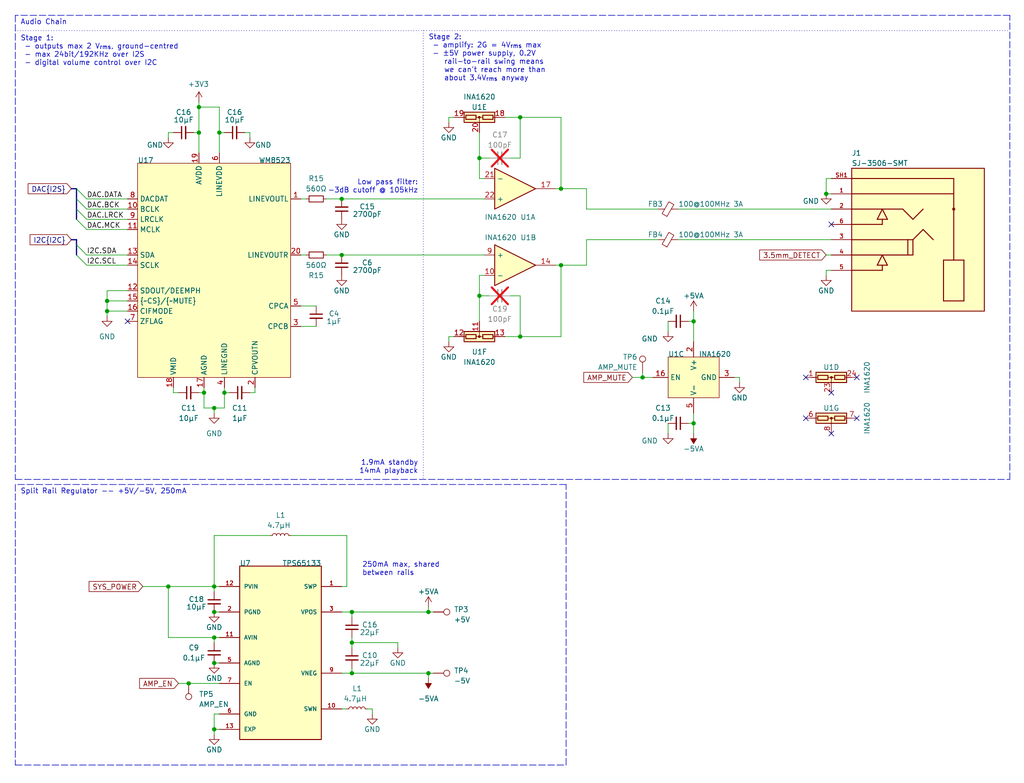
<source format=kicad_sch>
(kicad_sch (version 20230121) (generator eeschema)
  (paper "User" 254.991 194.996)
  (title_block (title "TANGARA") (date "2023-12-21") (rev "4") (company "made by jacqueline") (comment 1 "SPDX-License-Identifier: CERN-OHL-S-2.0"))
  (lib_symbols
    (symbol "Connector:TestPoint" (pin_numbers hide) (pin_names (offset 0.762) hide)
      (property "Reference" "TP" (at 0 6.858 0))
      (property "Value" "TestPoint" (at 0 5.08 0))
      (symbol "TestPoint_0_1"
        (circle (center 0 3.302) (radius 0.762))
      )
      (symbol "TestPoint_1_1"
        (pin passive line (at 0 0 90) (length 2.54) (name "1") (number "1"))
      )
    )
    (symbol "Device:C_Small" (pin_numbers hide) (pin_names (offset 0.254) hide)
      (property "Reference" "C" (at 0.254 1.778 0))
      (property "Value" "C_Small" (at 0.254 -2.032 0))
      (symbol "C_Small_0_1"
        (polyline (pts (xy -1.524 -0.508) (xy 1.524 -0.508)) (stroke (width 0.3302)))
        (polyline (pts (xy -1.524 0.508) (xy 1.524 0.508)) (stroke (width 0.3048)))
      )
      (symbol "C_Small_1_1"
        (pin passive line (at 0 2.54 270) (length 2.032) (name "~") (number "1"))
        (pin passive line (at 0 -2.54 90) (length 2.032) (name "~") (number "2"))
      )
    )
    (symbol "Device:Ferrite_Bead_Small" (pin_numbers hide) (pin_names (offset 0))
      (property "Reference" "FB" (at 1.905 1.27 0))
      (property "Value" "Device_Ferrite_Bead_Small" (at 1.905 -1.27 0))
      (symbol "Ferrite_Bead_Small_0_1"
        (polyline (pts (xy 0 -1.27) (xy 0 -0.7874)))
        (polyline (pts (xy 0 0.889) (xy 0 1.2954)))
        (polyline (pts (xy -1.8288 0.2794) (xy -1.1176 1.4986) (xy 1.8288 -0.2032) (xy 1.1176 -1.4224) (xy -1.8288 0.2794)))
      )
      (symbol "Ferrite_Bead_Small_1_1"
        (pin passive line (at 0 2.54 270) (length 1.27) (name "~") (number "1"))
        (pin passive line (at 0 -2.54 90) (length 1.27) (name "~") (number "2"))
      )
    )
    (symbol "Device:L_Small" (pin_numbers hide) (pin_names (offset 0.254) hide)
      (property "Reference" "L" (at 0.762 1.016 0))
      (property "Value" "L_Small" (at 0.762 -1.016 0))
      (symbol "L_Small_0_1"
        (arc (start 0 -2.032) (mid 0.5058 -1.524) (end 0 -1.016))
        (arc (start 0 -1.016) (mid 0.5058 -0.508) (end 0 0))
        (arc (start 0 0) (mid 0.5058 0.508) (end 0 1.016))
        (arc (start 0 1.016) (mid 0.5058 1.524) (end 0 2.032))
      )
      (symbol "L_Small_1_1"
        (pin passive line (at 0 2.54 270) (length 0.508) (name "~") (number "1"))
        (pin passive line (at 0 -2.54 90) (length 0.508) (name "~") (number "2"))
      )
    )
    (symbol "Device:R_Small" (pin_numbers hide) (pin_names (offset 0.254) hide)
      (property "Reference" "R" (at 0.762 0.508 0))
      (property "Value" "R_Small" (at 0.762 -1.016 0))
      (symbol "R_Small_0_1"
        (rectangle (start -0.762 1.778) (end 0.762 -1.778) (stroke (width 0.2032)))
      )
      (symbol "R_Small_1_1"
        (pin passive line (at 0 2.54 270) (length 0.762) (name "~") (number "1"))
        (pin passive line (at 0 -2.54 90) (length 0.762) (name "~") (number "2"))
      )
    )
    (symbol "power:+3V3" (power) (pin_names (offset 0))
      (property "Value" "+3V3" (at 0 3.556 0))
      (symbol "+3V3_0_1"
        (polyline (pts (xy -0.762 1.27) (xy 0 2.54)))
        (polyline (pts (xy 0 0) (xy 0 2.54)))
        (polyline (pts (xy 0 2.54) (xy 0.762 1.27)))
      )
      (symbol "+3V3_1_1"
        (pin power_in line (at 0 0 90) (length 0) hide (name "+3V3") (number "1"))
      )
    )
    (symbol "power:+5VA" (power) (pin_names (offset 0))
      (property "Value" "+5VA" (at 0 3.556 0))
      (symbol "+5VA_0_1"
        (polyline (pts (xy -0.762 1.27) (xy 0 2.54)))
        (polyline (pts (xy 0 0) (xy 0 2.54)))
        (polyline (pts (xy 0 2.54) (xy 0.762 1.27)))
      )
      (symbol "+5VA_1_1"
        (pin power_in line (at 0 0 90) (length 0) hide (name "+5VA") (number "1"))
      )
    )
    (symbol "power:-5VA" (power) (pin_names (offset 0))
      (property "Value" "-5VA" (at 0 3.81 0))
      (symbol "-5VA_0_0"
        (pin power_in line (at 0 0 90) (length 0) hide (name "-5VA") (number "1"))
      )
      (symbol "-5VA_0_1"
        (polyline (pts (xy 0 0) (xy 0 1.27) (xy 0.762 1.27) (xy 0 2.54) (xy -0.762 1.27) (xy 0 1.27)) (fill (type outline)))
      )
    )
    (symbol "power:GND" (power) (pin_names (offset 0))
      (property "Value" "GND" (at 0 -3.81 0))
      (symbol "GND_0_1"
        (polyline (pts (xy 0 0) (xy 0 -1.27) (xy 1.27 -1.27) (xy 0 -2.54) (xy -1.27 -1.27) (xy 0 -1.27)))
      )
      (symbol "GND_1_1"
        (pin power_in line (at 0 0 270) (length 0) hide (name "GND") (number "1"))
      )
    )
    (symbol "symbols:INA1620"
      (property "Reference" "U" (at -3.81 7.62 0))
      (symbol "INA1620_1_1"
        (polyline (pts (xy 6.35 0) (xy -3.81 5.08) (xy -3.81 -5.08) (xy 6.35 0)) (stroke (width 0.254)) (fill (type background)))
        (pin output line (at 11.43 0 180) (length 5.08) (name "") (number "17"))
        (pin input line (at -6.35 -2.54 0) (length 2.54) (name "-") (number "21"))
        (pin input line (at -6.35 2.54 0) (length 2.54) (name "+") (number "22"))
      )
      (symbol "INA1620_2_1"
        (polyline (pts (xy 6.35 0) (xy -3.81 5.08) (xy -3.81 -5.08) (xy 6.35 0)) (stroke (width 0.254)) (fill (type background)))
        (pin input line (at -6.35 -2.54 0) (length 2.54) (name "-") (number "10"))
        (pin output line (at 11.43 0 180) (length 5.08) (name "") (number "14"))
        (pin input line (at -6.35 2.54 0) (length 2.54) (name "+") (number "9"))
      )
      (symbol "INA1620_3_1"
        (rectangle (start -6.35 5.08) (end 6.35 -5.08) (fill (type background)))
        (pin no_connect line (at -6.35 1.27 0) (length 3.81) hide (name "NC") (number "15"))
        (pin power_in line (at -10.16 0 0) (length 3.81) (name "EN") (number "16"))
        (pin power_in line (at 0 8.89 270) (length 3.81) (name "V+") (number "2"))
        (pin power_in line (at 0 -8.89 90) (length 3.81) hide (name "EP") (number "25"))
        (pin power_in line (at 10.16 0 180) (length 3.81) (name "GND") (number "3"))
        (pin no_connect line (at -6.35 -1.27 0) (length 3.81) hide (name "NC") (number "4"))
        (pin power_in line (at 0 -8.89 90) (length 3.81) (name "V-") (number "5"))
      )
      (symbol "INA1620_4_1"
        (rectangle (start -1.27 3.81) (end 1.27 -3.81) (stroke (width 0.254)) (fill (type background)))
        (rectangle (start -0.508 -0.8382) (end 0.508 -3.3782) (stroke (width 0.254)))
        (rectangle (start -0.508 3.3782) (end 0.508 0.8382) (stroke (width 0.254)))
        (polyline (pts (xy 0 -5.08) (xy 0 -3.429)))
        (polyline (pts (xy 0 0.889) (xy 0 -0.889)))
        (polyline (pts (xy 0 5.08) (xy 0 3.3782)))
        (polyline (pts (xy 1.27 0) (xy 0 0)))
        (circle (center 0 0.0254) (radius 0.254) (fill (type outline)))
        (pin passive line (at 0 -6.35 90) (length 2.54) (name "~") (number "1"))
        (pin passive line (at 3.81 0 180) (length 2.54) (name "~") (number "23"))
        (pin passive line (at 0 6.35 270) (length 2.54) (name "") (number "24"))
      )
      (symbol "INA1620_5_1"
        (rectangle (start -1.27 3.81) (end 1.27 -3.81) (stroke (width 0.254)) (fill (type background)))
        (rectangle (start -0.508 -0.8382) (end 0.508 -3.3782) (stroke (width 0.254)))
        (rectangle (start -0.508 3.3782) (end 0.508 0.8382) (stroke (width 0.254)))
        (polyline (pts (xy 0 -5.08) (xy 0 -3.429)))
        (polyline (pts (xy 0 0.889) (xy 0 -0.889)))
        (polyline (pts (xy 0 5.08) (xy 0 3.3782)))
        (polyline (pts (xy 1.27 0) (xy 0 0)))
        (circle (center 0 0.0254) (radius 0.254) (fill (type outline)))
        (pin passive line (at 0 -6.35 90) (length 2.54) (name "~") (number "18"))
        (pin passive line (at 0 6.35 270) (length 2.54) (name "~") (number "19"))
        (pin passive line (at 3.81 0 180) (length 2.54) (name "~") (number "20"))
      )
      (symbol "INA1620_6_1"
        (rectangle (start -1.27 3.81) (end 1.27 -3.81) (stroke (width 0.254)) (fill (type background)))
        (rectangle (start -0.508 -0.8382) (end 0.508 -3.3782) (stroke (width 0.254)))
        (rectangle (start -0.508 3.3782) (end 0.508 0.8382) (stroke (width 0.254)))
        (polyline (pts (xy 0 -5.08) (xy 0 -3.429)))
        (polyline (pts (xy 0 0.889) (xy 0 -0.889)))
        (polyline (pts (xy 0 5.08) (xy 0 3.3782)))
        (polyline (pts (xy 1.27 0) (xy 0 0)))
        (circle (center 0 0.0254) (radius 0.254) (fill (type outline)))
        (pin passive line (at 3.81 0 180) (length 2.54) (name "~") (number "11"))
        (pin passive line (at 0 6.35 270) (length 2.54) (name "~") (number "12"))
        (pin passive line (at 0 -6.35 90) (length 2.54) (name "~") (number "13"))
      )
      (symbol "INA1620_7_1"
        (rectangle (start -1.27 3.81) (end 1.27 -3.81) (stroke (width 0.254)) (fill (type background)))
        (rectangle (start -0.508 -0.8382) (end 0.508 -3.3782) (stroke (width 0.254)))
        (rectangle (start -0.508 3.3782) (end 0.508 0.8382) (stroke (width 0.254)))
        (polyline (pts (xy 0 -5.08) (xy 0 -3.429)))
        (polyline (pts (xy 0 0.889) (xy 0 -0.889)))
        (polyline (pts (xy 0 5.08) (xy 0 3.3782)))
        (polyline (pts (xy 1.27 0) (xy 0 0)))
        (circle (center 0 0.0254) (radius 0.254) (fill (type outline)))
        (pin passive line (at 0 -6.35 90) (length 2.54) (name "~") (number "6"))
        (pin passive line (at 0 6.35 270) (length 2.54) (name "~") (number "7"))
        (pin passive line (at 3.81 0 180) (length 2.54) (name "~") (number "8"))
      )
    )
    (symbol "symbols:SJ-3506-SMT" (pin_names (offset 1.016))
      (property "Reference" "J" (at -17.783 17.7838 0))
      (property "Value" "SJ-3506-SMT" (at -17.7835 -25.4051 0))
      (symbol "SJ-3506-SMT_0_0"
        (rectangle (start -17.78 17.78) (end 15.24 -17.78) (stroke (width 0.254)) (fill (type background)))
        (circle (center -10.16 7.62) (radius 0.254) (stroke (width 0.254)))
        (polyline (pts (xy -12.7 -15.24) (xy -7.62 -15.24)) (stroke (width 0.254)))
        (polyline (pts (xy -12.7 -5.08) (xy -12.7 -15.24)) (stroke (width 0.254)))
        (polyline (pts (xy -10.16 -5.08) (xy -12.7 -5.08)) (stroke (width 0.254)))
        (polyline (pts (xy -10.16 -5.08) (xy -10.16 7.62)) (stroke (width 0.254)))
        (polyline (pts (xy -10.16 7.62) (xy -10.16 15.24)) (stroke (width 0.254)))
        (polyline (pts (xy -10.16 11.43) (xy 15.24 11.43)) (stroke (width 0.254)))
        (polyline (pts (xy -10.16 15.24) (xy 15.24 15.24)) (stroke (width 0.254)))
        (polyline (pts (xy -7.62 -15.24) (xy -7.62 -5.08)) (stroke (width 0.254)))
        (polyline (pts (xy -7.62 -5.08) (xy -10.16 -5.08)) (stroke (width 0.254)))
        (polyline (pts (xy -5.08 0) (xy -2.54 2.54)) (stroke (width 0.254)))
        (polyline (pts (xy -2.54 2.54) (xy 0 0)) (stroke (width 0.254)))
        (polyline (pts (xy -2.54 7.62) (xy 0 5.08)) (stroke (width 0.254)))
        (polyline (pts (xy 0 -3.81) (xy 1.27 -3.81)) (stroke (width 0.254)))
        (polyline (pts (xy 0 0) (xy 0 -3.81)) (stroke (width 0.254)))
        (polyline (pts (xy 0 0) (xy 1.27 0)) (stroke (width 0.254)))
        (polyline (pts (xy 0 5.08) (xy 2.54 7.62)) (stroke (width 0.254)))
        (polyline (pts (xy 1.27 -3.81) (xy 15.24 -3.81)) (stroke (width 0.254)))
        (polyline (pts (xy 1.27 0) (xy 1.27 -3.81)) (stroke (width 0.254)))
        (polyline (pts (xy 1.27 0) (xy 15.24 0)) (stroke (width 0.254)))
        (polyline (pts (xy 2.54 7.62) (xy 7.62 7.62)) (stroke (width 0.254)))
        (polyline (pts (xy 6.35 -6.35) (xy 8.89 -6.35)) (stroke (width 0.254)))
        (polyline (pts (xy 6.35 5.08) (xy 8.89 5.08)) (stroke (width 0.254)))
        (polyline (pts (xy 7.62 -7.62) (xy 7.62 -6.35)) (stroke (width 0.254)))
        (polyline (pts (xy 7.62 -7.62) (xy 15.24 -7.62)) (stroke (width 0.254)))
        (polyline (pts (xy 7.62 -3.81) (xy 6.35 -6.35)) (stroke (width 0.254)))
        (polyline (pts (xy 7.62 3.81) (xy 15.24 3.81)) (stroke (width 0.254)))
        (polyline (pts (xy 7.62 5.08) (xy 7.62 3.81)) (stroke (width 0.254)))
        (polyline (pts (xy 7.62 7.62) (xy 6.35 5.08)) (stroke (width 0.254)))
        (polyline (pts (xy 7.62 7.62) (xy 15.24 7.62)) (stroke (width 0.254)))
        (polyline (pts (xy 8.89 -6.35) (xy 7.62 -3.81)) (stroke (width 0.254)))
        (polyline (pts (xy 8.89 5.08) (xy 7.62 7.62)) (stroke (width 0.254)))
        (pin passive line (at 20.32 11.43 180) (length 5.08) (name "~") (number "1"))
        (pin passive line (at 20.32 7.62 180) (length 5.08) (name "~") (number "2"))
        (pin passive line (at 20.32 0 180) (length 5.08) (name "~") (number "3"))
        (pin passive line (at 20.32 -3.81 180) (length 5.08) (name "~") (number "4"))
        (pin passive line (at 20.32 -7.62 180) (length 5.08) (name "~") (number "5"))
        (pin passive line (at 20.32 3.81 180) (length 5.08) (name "~") (number "6"))
        (pin passive line (at 20.32 15.24 180) (length 5.08) (name "~") (number "SH1"))
        (pin passive line (at 20.32 15.24 180) (length 5.08) hide (name "~") (number "SH2"))
      )
    )
    (symbol "symbols:TPS65135RTER" (pin_names (offset 1.016))
      (property "Reference" "U" (at -10.16 23.622 0))
      (property "Value" "TPS65135RTER" (at -10.16 -22.86 0))
      (symbol "TPS65135RTER_0_0"
        (rectangle (start -10.16 22.86) (end 10.16 -20.32) (stroke (width 0.254)) (fill (type background)))
        (pin bidirectional line (at 15.24 17.78 180) (length 5.08) (name "SWP") (number "1"))
        (pin bidirectional line (at 15.24 -12.7 180) (length 5.08) (name "SWN") (number "10"))
        (pin bidirectional line (at -15.24 5.08 0) (length 5.08) (name "AVIN") (number "11"))
        (pin bidirectional line (at -15.24 17.78 0) (length 5.08) (name "PVIN") (number "12"))
        (pin power_in line (at -15.24 -17.78 0) (length 5.08) (name "EXP") (number "13"))
        (pin power_in line (at -15.24 11.43 0) (length 5.08) (name "PGND") (number "2"))
        (pin output line (at 15.24 11.43 180) (length 5.08) (name "VPOS") (number "3"))
        (pin power_in line (at -15.24 -13.97 0) (length 5.08) hide (name "GND") (number "4"))
        (pin input line (at -15.24 -1.27 0) (length 5.08) (name "AGND") (number "5"))
        (pin power_in line (at -15.24 -13.97 0) (length 5.08) (name "GND") (number "6"))
        (pin input line (at -15.24 -6.35 0) (length 5.08) (name "EN") (number "7"))
        (pin output line (at -15.24 -13.97 0) (length 5.08) hide (name "GND") (number "8"))
        (pin output line (at 15.24 -3.81 180) (length 5.08) (name "VNEG") (number "9"))
      )
    )
    (symbol "symbols:WM8523"
      (property "Reference" "U" (at -3.81 5.08 0))
      (symbol "WM8523_0_0"
        (pin output line (at 21.59 16.51 180) (length 2.54) (name "LINEVOUTL") (number "1"))
        (pin output line (at -21.59 13.97 0) (length 2.54) (name "BCLK") (number "10"))
        (pin output line (at -21.59 8.89 0) (length 2.54) (name "MCLK") (number "11"))
        (pin output line (at -21.59 -6.35 0) (length 2.54) (name "SDOUT/DEEMPH") (number "12"))
        (pin output line (at -21.59 2.54 0) (length 2.54) (name "SDA") (number "13"))
        (pin output line (at -21.59 0 0) (length 2.54) (name "SCLK") (number "14"))
        (pin output line (at -21.59 -8.89 0) (length 2.54) (name "{~CS}/{~MUTE}") (number "15"))
        (pin output line (at -21.59 -11.43 0) (length 2.54) (name "CIFMODE") (number "16"))
        (pin output line (at -2.54 -30.48 90) (length 2.54) (name "AGND") (number "17"))
        (pin output line (at -10.16 -30.48 90) (length 2.54) (name "VMID") (number "18"))
        (pin output line (at -3.81 27.94 270) (length 2.54) (name "AVDD") (number "19"))
        (pin output line (at 10.16 -30.48 90) (length 2.54) (name "CPVOUTN") (number "2"))
        (pin output line (at 21.59 2.54 180) (length 2.54) (name "LINEVOUTR") (number "20"))
        (pin output line (at 21.59 -15.24 180) (length 2.54) (name "CPCB") (number "3"))
        (pin output line (at 2.54 -30.48 90) (length 2.54) (name "LINEGND") (number "4"))
        (pin output line (at 21.59 -10.16 180) (length 2.54) (name "CPCA") (number "5"))
        (pin output line (at 1.27 27.94 270) (length 2.54) (name "LINEVDD") (number "6"))
        (pin output line (at -21.59 -13.97 0) (length 2.54) (name "ZFLAG") (number "7"))
        (pin output line (at -21.59 16.51 0) (length 2.54) (name "DACDAT") (number "8"))
        (pin output line (at -21.59 11.43 0) (length 2.54) (name "LRCLK") (number "9"))
      )
      (symbol "WM8523_0_1"
        (rectangle (start -19.05 25.4) (end 19.05 -27.94) (fill (type background)))
      )
    )
  )
  (junction (at 106.68 167.64))
  (junction (at 49.53 26.67))
  (junction (at 139.7 66.04))
  (junction (at 26.67 74.93))
  (junction (at 55.88 97.79))
  (junction (at 41.91 146.05))
  (junction (at 53.34 181.61))
  (junction (at 85.09 49.53))
  (junction (at 87.63 167.64))
  (junction (at 53.34 165.1))
  (junction (at 53.34 152.4))
  (junction (at 172.72 80.01))
  (junction (at 85.09 63.5))
  (junction (at 53.34 158.75))
  (junction (at 172.72 105.41))
  (junction (at 54.61 33.02))
  (junction (at 106.68 152.4))
  (junction (at 46.99 170.18))
  (junction (at 49.53 33.02))
  (junction (at 160.02 93.98))
  (junction (at 87.63 152.4))
  (junction (at 87.63 160.02))
  (junction (at 53.34 101.6))
  (junction (at 53.34 146.05))
  (junction (at 50.8 97.79))
  (junction (at 139.7 46.99))
  (junction (at 129.54 83.82))
  (junction (at 129.54 29.21))
  (junction (at 119.38 73.66))
  (junction (at 119.38 39.37))
  (junction (at 26.67 77.47))
  (junction (at 205.74 48.26))
  (no_connect (at 213.36 93.98))
  (no_connect (at 31.75 80.01))
  (no_connect (at 200.66 93.98))
  (no_connect (at 213.36 104.14))
  (no_connect (at 200.66 104.14))
  (no_connect (at 207.01 55.88))
  (no_connect (at 207.01 107.95))
  (no_connect (at 207.01 97.79))
  (bus_entry (at 19.05 46.99) (size 2.54 2.54))
  (bus_entry (at 19.05 54.61) (size 2.54 2.54))
  (bus_entry (at 21.59 66.04) (size -2.54 -2.54))
  (bus_entry (at 19.05 52.07) (size 2.54 2.54))
  (bus_entry (at 19.05 49.53) (size 2.54 2.54))
  (bus_entry (at 21.59 63.5) (size -2.54 -2.54))
  (wire (pts (xy 85.09 146.05) (xy 86.36 146.05)))
  (polyline (pts (xy 3.81 7.62) (xy 251.46 7.62)) (stroke (width 0) (type dot)))
  (bus (pts (xy 19.05 49.53) (xy 19.05 52.07)))
  (wire (pts (xy 139.7 83.82) (xy 139.7 66.04)))
  (wire (pts (xy 49.53 26.67) (xy 49.53 33.02)))
  (wire (pts (xy 63.5 97.79) (xy 62.23 97.79)))
  (polyline (pts (xy 251.46 3.81) (xy 3.81 3.81)) (stroke (width 0) (type dash)))
  (polyline (pts (xy 251.46 119.38) (xy 251.46 3.81)) (stroke (width 0) (type dash)))
  (wire (pts (xy 138.43 66.04) (xy 139.7 66.04)))
  (wire (pts (xy 138.43 46.99) (xy 139.7 46.99)))
  (wire (pts (xy 119.38 33.02) (xy 119.38 39.37)))
  (wire (pts (xy 74.93 76.2) (xy 78.74 76.2)))
  (wire (pts (xy 119.38 73.66) (xy 119.38 80.01)))
  (polyline (pts (xy 105.41 7.62) (xy 105.41 119.38)) (stroke (width 0) (type dot)))
  (wire (pts (xy 21.59 63.5) (xy 31.75 63.5)))
  (wire (pts (xy 53.34 133.35) (xy 67.31 133.35)))
  (wire (pts (xy 86.36 176.53) (xy 85.09 176.53)))
  (wire (pts (xy 43.18 97.79) (xy 44.45 97.79)))
  (wire (pts (xy 74.93 49.53) (xy 76.2 49.53)))
  (wire (pts (xy 129.54 73.66) (xy 129.54 83.82)))
  (wire (pts (xy 184.15 93.98) (xy 182.88 93.98)))
  (wire (pts (xy 54.61 26.67) (xy 49.53 26.67)))
  (wire (pts (xy 41.91 158.75) (xy 41.91 146.05)))
  (wire (pts (xy 160.02 93.98) (xy 162.56 93.98)))
  (wire (pts (xy 205.74 63.5) (xy 207.01 63.5)))
  (wire (pts (xy 119.38 68.58) (xy 120.65 68.58)))
  (wire (pts (xy 146.05 52.07) (xy 163.83 52.07)))
  (wire (pts (xy 205.74 44.45) (xy 205.74 48.26)))
  (wire (pts (xy 26.67 74.93) (xy 26.67 77.47)))
  (wire (pts (xy 172.72 102.87) (xy 172.72 105.41)))
  (wire (pts (xy 31.75 72.39) (xy 26.67 72.39)))
  (wire (pts (xy 146.05 46.99) (xy 139.7 46.99)))
  (wire (pts (xy 43.18 96.52) (xy 43.18 97.79)))
  (wire (pts (xy 92.71 176.53) (xy 92.71 177.8)))
  (wire (pts (xy 46.99 170.18) (xy 54.61 170.18)))
  (wire (pts (xy 53.34 147.32) (xy 53.34 146.05)))
  (wire (pts (xy 49.53 33.02) (xy 49.53 38.1)))
  (wire (pts (xy 127 39.37) (xy 129.54 39.37)))
  (wire (pts (xy 86.36 146.05) (xy 86.36 133.35)))
  (wire (pts (xy 21.59 49.53) (xy 31.75 49.53)))
  (wire (pts (xy 87.63 152.4) (xy 87.63 153.67)))
  (polyline (pts (xy 140.97 120.65) (xy 3.81 120.65)) (stroke (width 0) (type dash)))
  (wire (pts (xy 53.34 182.88) (xy 53.34 181.61)))
  (wire (pts (xy 119.38 39.37) (xy 121.92 39.37)))
  (wire (pts (xy 106.68 167.64) (xy 87.63 167.64)))
  (wire (pts (xy 49.53 25.4) (xy 49.53 26.67)))
  (wire (pts (xy 139.7 66.04) (xy 146.05 66.04)))
  (bus (pts (xy 17.78 59.69) (xy 19.05 59.69)))
  (wire (pts (xy 50.8 97.79) (xy 49.53 97.79)))
  (wire (pts (xy 119.38 39.37) (xy 119.38 44.45)))
  (wire (pts (xy 53.34 146.05) (xy 53.34 133.35)))
  (wire (pts (xy 171.45 105.41) (xy 172.72 105.41)))
  (wire (pts (xy 43.18 33.02) (xy 41.91 33.02)))
  (wire (pts (xy 113.03 83.82) (xy 111.76 83.82)))
  (wire (pts (xy 50.8 101.6) (xy 50.8 97.79)))
  (wire (pts (xy 62.23 33.02) (xy 60.96 33.02)))
  (wire (pts (xy 55.88 101.6) (xy 53.34 101.6)))
  (wire (pts (xy 87.63 160.02) (xy 87.63 161.29)))
  (wire (pts (xy 106.68 151.13) (xy 106.68 152.4)))
  (wire (pts (xy 50.8 96.52) (xy 50.8 97.79)))
  (wire (pts (xy 55.88 97.79) (xy 57.15 97.79)))
  (wire (pts (xy 125.73 29.21) (xy 129.54 29.21)))
  (wire (pts (xy 62.23 34.29) (xy 62.23 33.02)))
  (wire (pts (xy 87.63 152.4) (xy 106.68 152.4)))
  (wire (pts (xy 55.88 97.79) (xy 55.88 101.6)))
  (wire (pts (xy 85.09 152.4) (xy 87.63 152.4)))
  (wire (pts (xy 21.59 66.04) (xy 31.75 66.04)))
  (wire (pts (xy 157.48 93.98) (xy 160.02 93.98)))
  (wire (pts (xy 205.74 67.31) (xy 207.01 67.31)))
  (wire (pts (xy 129.54 83.82) (xy 139.7 83.82)))
  (wire (pts (xy 53.34 181.61) (xy 54.61 181.61)))
  (wire (pts (xy 53.34 101.6) (xy 50.8 101.6)))
  (wire (pts (xy 160.02 92.71) (xy 160.02 93.98)))
  (wire (pts (xy 87.63 158.75) (xy 87.63 160.02)))
  (wire (pts (xy 35.56 146.05) (xy 41.91 146.05)))
  (polyline (pts (xy 3.81 3.81) (xy 3.81 119.38)) (stroke (width 0) (type dash)))
  (wire (pts (xy 205.74 67.31) (xy 205.74 68.58)))
  (wire (pts (xy 146.05 52.07) (xy 146.05 46.99)))
  (bus (pts (xy 17.78 46.99) (xy 19.05 46.99)))
  (polyline (pts (xy 140.97 190.5) (xy 140.97 120.65)) (stroke (width 0) (type dash)))
  (wire (pts (xy 207.01 48.26) (xy 205.74 48.26)))
  (wire (pts (xy 168.91 59.69) (xy 207.01 59.69)))
  (wire (pts (xy 21.59 57.15) (xy 31.75 57.15)))
  (wire (pts (xy 171.45 80.01) (xy 172.72 80.01)))
  (wire (pts (xy 53.34 101.6) (xy 53.34 102.87)))
  (wire (pts (xy 55.88 96.52) (xy 55.88 97.79)))
  (bus (pts (xy 19.05 52.07) (xy 19.05 54.61)))
  (wire (pts (xy 41.91 33.02) (xy 41.91 34.29)))
  (wire (pts (xy 127 73.66) (xy 129.54 73.66)))
  (bus (pts (xy 19.05 60.96) (xy 19.05 63.5)))
  (wire (pts (xy 85.09 49.53) (xy 120.65 49.53)))
  (wire (pts (xy 54.61 33.02) (xy 54.61 38.1)))
  (wire (pts (xy 99.06 160.02) (xy 87.63 160.02)))
  (wire (pts (xy 21.59 52.07) (xy 31.75 52.07)))
  (polyline (pts (xy 3.81 120.65) (xy 3.81 190.5)) (stroke (width 0) (type dash)))
  (wire (pts (xy 44.45 170.18) (xy 46.99 170.18)))
  (wire (pts (xy 85.09 167.64) (xy 87.63 167.64)))
  (wire (pts (xy 119.38 73.66) (xy 121.92 73.66)))
  (polyline (pts (xy 3.81 190.5) (xy 140.97 190.5)) (stroke (width 0) (type dash)))
  (wire (pts (xy 184.15 95.25) (xy 184.15 93.98)))
  (wire (pts (xy 53.34 165.1) (xy 54.61 165.1)))
  (wire (pts (xy 53.34 158.75) (xy 54.61 158.75)))
  (wire (pts (xy 53.34 152.4) (xy 54.61 152.4)))
  (wire (pts (xy 85.09 63.5) (xy 120.65 63.5)))
  (wire (pts (xy 63.5 96.52) (xy 63.5 97.79)))
  (wire (pts (xy 106.68 168.91) (xy 106.68 167.64)))
  (wire (pts (xy 86.36 133.35) (xy 72.39 133.35)))
  (wire (pts (xy 111.76 29.21) (xy 111.76 30.48)))
  (wire (pts (xy 53.34 146.05) (xy 54.61 146.05)))
  (wire (pts (xy 87.63 166.37) (xy 87.63 167.64)))
  (wire (pts (xy 168.91 52.07) (xy 207.01 52.07)))
  (wire (pts (xy 81.28 63.5) (xy 85.09 63.5)))
  (wire (pts (xy 129.54 29.21) (xy 139.7 29.21)))
  (wire (pts (xy 26.67 77.47) (xy 26.67 78.74)))
  (wire (pts (xy 81.28 49.53) (xy 85.09 49.53)))
  (wire (pts (xy 146.05 59.69) (xy 146.05 66.04)))
  (wire (pts (xy 113.03 29.21) (xy 111.76 29.21)))
  (bus (pts (xy 19.05 46.99) (xy 19.05 49.53)))
  (wire (pts (xy 91.44 176.53) (xy 92.71 176.53)))
  (wire (pts (xy 31.75 77.47) (xy 26.67 77.47)))
  (wire (pts (xy 119.38 73.66) (xy 119.38 68.58)))
  (wire (pts (xy 129.54 29.21) (xy 129.54 39.37)))
  (wire (pts (xy 106.68 152.4) (xy 107.95 152.4)))
  (wire (pts (xy 53.34 158.75) (xy 41.91 158.75)))
  (wire (pts (xy 172.72 77.47) (xy 172.72 80.01)))
  (wire (pts (xy 41.91 146.05) (xy 53.34 146.05)))
  (wire (pts (xy 99.06 161.29) (xy 99.06 160.02)))
  (wire (pts (xy 55.88 33.02) (xy 54.61 33.02)))
  (wire (pts (xy 54.61 177.8) (xy 53.34 177.8)))
  (wire (pts (xy 53.34 160.02) (xy 53.34 158.75)))
  (wire (pts (xy 111.76 83.82) (xy 111.76 85.09)))
  (wire (pts (xy 172.72 80.01) (xy 172.72 85.09)))
  (wire (pts (xy 120.65 44.45) (xy 119.38 44.45)))
  (wire (pts (xy 74.93 63.5) (xy 76.2 63.5)))
  (wire (pts (xy 146.05 59.69) (xy 163.83 59.69)))
  (wire (pts (xy 139.7 29.21) (xy 139.7 46.99)))
  (wire (pts (xy 125.73 83.82) (xy 129.54 83.82)))
  (wire (pts (xy 74.93 81.28) (xy 78.74 81.28)))
  (wire (pts (xy 48.26 33.02) (xy 49.53 33.02)))
  (wire (pts (xy 31.75 74.93) (xy 26.67 74.93)))
  (wire (pts (xy 106.68 167.64) (xy 107.95 167.64)))
  (wire (pts (xy 205.74 44.45) (xy 207.01 44.45)))
  (wire (pts (xy 21.59 54.61) (xy 31.75 54.61)))
  (wire (pts (xy 166.37 80.01) (xy 166.37 82.55)))
  (wire (pts (xy 172.72 105.41) (xy 172.72 107.95)))
  (wire (pts (xy 26.67 72.39) (xy 26.67 74.93)))
  (polyline (pts (xy 3.81 119.38) (xy 251.46 119.38)) (stroke (width 0) (type dash)))
  (wire (pts (xy 54.61 33.02) (xy 54.61 26.67)))
  (wire (pts (xy 53.34 177.8) (xy 53.34 181.61)))
  (bus (pts (xy 19.05 59.69) (xy 19.05 60.96)))
  (wire (pts (xy 166.37 107.95) (xy 166.37 105.41)))
  (text "Low pass filter:\n-3dB cutoff @ 105kHz" (at 104.14 48.26 0) (effects (font (size 1.27 1.27)) (justify right bottom)))
  (text "Stage 2:\n - amplify: 2G = 4V_{rms} max\n - ±5V power supply, 0.2V\n    rail-to-rail swing means\n    we can't reach more than\n    about 3.4V_{rms} anyway" (at 106.68 20.32 0) (effects (font (size 1.27 1.27)) (justify left bottom)))
  (text "1.9mA standby\n14mA playback" (at 104.14 118.11 0) (effects (font (size 1.27 1.27)) (justify right bottom)))
  (text "Audio Chain\n" (at 5.08 6.35 0) (effects (font (size 1.27 1.27)) (justify left bottom)))
  (text "Stage 1:\n - outputs max 2 V_{rms}, ground-centred\n - max 24bit/192KHz over I2S\n - digital volume control over I2C" (at 5.08 16.51 0) (effects (font (size 1.27 1.27)) (justify left bottom)))
  (text "250mA max, shared\nbetween rails" (at 90.17 143.51 0) (effects (font (size 1.27 1.27)) (justify left bottom)))
  (text "Split Rail Regulator -- +5V/-5V, 250mA" (at 5.08 123.19 0) (effects (font (size 1.27 1.27)) (justify left bottom)))
  (label "I2C.SDA" (at 21.59 63.5 0))
  (label "DAC.MCK" (at 21.59 57.15 0))
  (label "DAC.LRCK" (at 21.59 54.61 0))
  (label "DAC.DATA" (at 21.59 49.53 0))
  (label "DAC.BCK" (at 21.59 52.07 0))
  (label "I2C.SCL" (at 21.59 66.04 0))
  (global_label "3.5mm_DETECT" (shape input) (at 205.74 63.5 180) (property "Intersheetrefs" "${INTERSHEET_REFS}" (effects hide)))
  (global_label "AMP_EN" (shape input) (at 44.45 170.18 180) (property "Intersheetrefs" "${INTERSHEET_REFS}" (effects hide)))
  (global_label "I2C{I2C}" (shape input) (at 17.78 59.69 180) (property "Intersheetrefs" "${INTERSHEET_REFS}" (effects hide)))
  (global_label "DAC{I2S}" (shape input) (at 17.78 46.99 180) (property "Intersheetrefs" "${INTERSHEET_REFS}" (effects hide)))
  (global_label "AMP_MUTE" (shape input) (at 157.48 93.98 180) (property "Intersheetrefs" "${INTERSHEET_REFS}" (effects hide)))
  (global_label "SYS_POWER" (shape input) (at 35.56 146.05 180) (property "Intersheetrefs" "${INTERSHEET_REFS}" (effects hide)))
  (symbol (lib_id "power:GND") (at 53.34 165.1 0) (unit 1)
    (property "Reference" "#PWR015" (effects hide))
    (property "Value" "GND" (at 53.34 168.91 0))
  )
  (symbol (lib_id "symbols:SJ-3506-SMT") (at 227.33 59.69 0) (mirror y) (unit 1)
    (property "Reference" "J1" (at 212.09 38.1 0) (effects (justify right)))
    (property "Value" "SJ-3506-SMT" (at 212.09 40.64 0) (effects (justify right)))
    (property "Footprint" "footprints:CUI_SJ-3506-SMT" (effects hide))
    (property "MPN" "SJ-3506-SMT-TR" (effects hide))
  )
  (symbol (lib_id "power:+3V3") (at 49.53 25.4 0) (unit 1)
    (property "Reference" "#PWR07" (effects hide))
    (property "Value" "+3V3" (at 52.07 20.955 0) (effects (justify right)))
  )
  (symbol (lib_id "power:GND") (at 184.15 95.25 0) (unit 1)
    (property "Reference" "#PWR038" (effects hide))
    (property "Value" "GND" (at 184.15 99.06 0))
  )
  (symbol (lib_id "Device:Ferrite_Bead_Small") (at 166.37 52.07 90) (unit 1)
    (property "Reference" "FB3" (at 165.1 50.8 90) (effects (justify left)))
    (property "Value" "100@100MHz 3A" (at 168.91 50.8 90) (effects (justify right)))
    (property "Footprint" "Inductor_SMD:L_0603_1608Metric" (effects hide))
    (property "MPN" "BLM18KG101TN1D" (effects hide))
    (instances (project "tangara-mainboard" (path "" (reference "FB3") (unit 1))) (project "reform2-motherboard" (path "" (reference "FB17") (unit 1))))
  )
  (symbol (lib_id "Device:Ferrite_Bead_Small") (at 166.37 59.69 90) (unit 1)
    (property "Reference" "FB4" (at 165.1 58.42 90) (effects (justify left)))
    (property "Value" "100@100MHz 3A" (at 168.91 58.42 90) (effects (justify right)))
    (property "Footprint" "Inductor_SMD:L_0603_1608Metric" (effects hide))
    (property "MPN" "BLM18KG101TN1D" (effects hide))
    (instances (project "tangara-mainboard" (path "" (reference "FB4") (unit 1))) (project "reform2-motherboard" (path "" (reference "FB17") (unit 1))))
  )
  (symbol (lib_id "symbols:INA1620") (at 172.72 93.98 0) (unit 3)
    (property "Reference" "U1" (at 166.37 88.9 0) (effects (justify left bottom)))
    (property "Value" "INA1620" (at 173.99 88.9 0) (effects (justify left bottom)))
    (property "Footprint" "Package_DFN_QFN:QFN-24-1EP_4x4mm_P0.5mm_EP2.7x2.7mm_ThermalVias" (effects hide))
    (property "MPN" "INA1620RTWR" (effects hide))
  )
  (symbol (lib_id "power:GND") (at 41.91 34.29 0) (unit 1)
    (property "Reference" "#PWR017" (effects hide))
    (property "Value" "GND" (at 40.64 36.83 0) (effects (justify right bottom)))
  )
  (symbol (lib_id "Device:C_Small") (at 124.46 73.66 90) (mirror x) (unit 1) (dnp yes)
    (property "Reference" "C19" (at 124.46 76.2 90) (effects (justify top)))
    (property "Value" "100pF" (at 124.46 78.74 90) (effects (justify top)))
    (property "Footprint" "Capacitor_SMD:C_0603_1608Metric" (effects hide))
  )
  (symbol (lib_id "Device:C_Small") (at 85.09 52.07 0) (mirror x) (unit 1)
    (property "Reference" "C15" (at 91.44 51.435 0))
    (property "Value" "2700pF" (at 91.44 53.34 0))
    (property "Footprint" "Capacitor_SMD:C_0603_1608Metric" (effects hide))
    (property "MPN" "GRM1885C1H272JA01D" (effects hide))
  )
  (symbol (lib_id "power:+5VA") (at 106.68 151.13 0) (unit 1)
    (property "Reference" "#PWR019" (effects hide))
    (property "Value" "+5VA" (at 106.68 147.32 0))
  )
  (symbol (lib_id "Device:L_Small") (at 88.9 176.53 270) (mirror x) (unit 1)
    (property "Reference" "L1" (at 90.17 171.45 90) (effects (justify right)))
    (property "Value" "4.7μH" (at 91.44 173.99 90) (effects (justify right)))
    (property "Footprint" "Inductor_SMD:L_1008_2520Metric" (effects hide))
    (property "MPN" "1239AS-H-4R7M=P2" (effects hide))
  )
  (symbol (lib_id "Device:C_Small") (at 87.63 163.83 0) (unit 1)
    (property "Reference" "C10" (at 92.075 163.195 0))
    (property "Value" "22μF" (at 92.075 165.1 0))
    (property "Footprint" "Capacitor_SMD:C_1206_3216Metric" (effects hide))
    (property "MPN" "GRM319R61C226KE15D" (effects hide))
  )
  (symbol (lib_id "symbols:WM8523") (at 53.34 66.04 0) (unit 1)
    (property "Reference" "U17" (at 34.29 40.64 0) (effects (justify left bottom)))
    (property "Value" "WM8523" (at 72.39 40.64 0) (effects (justify right bottom)))
    (property "Footprint" "Package_SO:SSOP-20_4.4x6.5mm_P0.65mm" (effects hide))
    (property "MPN" "WM8523GEDT/R" (effects hide))
  )
  (symbol (lib_id "Device:R_Small") (at 78.74 63.5 90) (mirror x) (unit 1)
    (property "Reference" "R15" (at 78.74 68.58 90))
    (property "Value" "560Ω" (at 78.74 66.04 90))
    (property "Footprint" "Resistor_SMD:R_0805_2012Metric" (effects hide))
    (property "MPN" "RR1220P-561-D" (effects hide))
  )
  (symbol (lib_id "power:GND") (at 166.37 82.55 0) (unit 1)
    (property "Reference" "#PWR037" (effects hide))
    (property "Value" "GND" (at 163.83 85.09 0) (effects (justify right bottom)))
  )
  (symbol (lib_id "Device:C_Small") (at 78.74 78.74 0) (unit 1)
    (property "Reference" "C4" (at 83.185 78.105 0))
    (property "Value" "1μF" (at 83.185 80.01 0))
    (property "Footprint" "Capacitor_SMD:C_0805_2012Metric" (effects hide))
    (property "MPN" "GRM216R61C105KA88D" (effects hide))
  )
  (symbol (lib_id "symbols:TPS65135RTER") (at 69.85 163.83 0) (unit 1)
    (property "Reference" "U7" (at 59.69 140.97 0) (effects (justify left bottom)))
    (property "Value" "TPS65133" (at 80.01 140.97 0) (effects (justify right bottom)))
    (property "Footprint" "footprints:SON40P300X300X80-13N" (effects hide))
    (property "MPN" "TPS65133DPDR" (effects hide))
  )
  (symbol (lib_id "power:GND") (at 62.23 34.29 0) (unit 1)
    (property "Reference" "#PWR017" (effects hide))
    (property "Value" "GND" (at 63.5 36.83 0) (effects (justify left bottom)))
  )
  (symbol (lib_id "power:GND") (at 26.67 78.74 0) (unit 1)
    (property "Reference" "#PWR034" (effects hide))
    (property "Value" "GND" (at 26.67 83.82 0))
  )
  (symbol (lib_id "power:GND") (at 85.09 54.61 0) (unit 1)
    (property "Reference" "#PWR017" (effects hide))
    (property "Value" "GND" (at 85.09 58.42 0))
  )
  (symbol (lib_id "power:GND") (at 53.34 102.87 0) (unit 1)
    (property "Reference" "#PWR034" (effects hide))
    (property "Value" "GND" (at 53.34 107.95 0))
  )
  (symbol (lib_id "power:GND") (at 205.74 68.58 0) (mirror y) (unit 1)
    (property "Reference" "#PWR018" (effects hide))
    (property "Value" "GND" (at 205.74 72.39 0))
  )
  (symbol (lib_id "power:GND") (at 85.09 68.58 0) (unit 1)
    (property "Reference" "#PWR016" (effects hide))
    (property "Value" "GND" (at 85.09 72.39 0))
  )
  (symbol (lib_id "Device:L_Small") (at 69.85 133.35 270) (mirror x) (unit 1)
    (property "Reference" "L1" (at 71.12 128.27 90) (effects (justify right)))
    (property "Value" "4.7μH" (at 72.39 130.81 90) (effects (justify right)))
    (property "Footprint" "Inductor_SMD:L_1008_2520Metric" (effects hide))
    (property "MPN" "1239AS-H-4R7M=P2" (effects hide))
  )
  (symbol (lib_id "Device:C_Small") (at 59.69 97.79 90) (unit 1)
    (property "Reference" "C11" (at 59.69 101.6 90))
    (property "Value" "1μF" (at 59.69 104.14 90))
    (property "Footprint" "Capacitor_SMD:C_0805_2012Metric" (effects hide))
    (property "MPN" "GRM216R61C105KA88D" (effects hide))
  )
  (symbol (lib_id "Device:C_Small") (at 168.91 105.41 270) (unit 1)
    (property "Reference" "C13" (at 165.1 101.6 90))
    (property "Value" "0.1μF" (at 165.1 104.14 90))
    (property "Footprint" "Capacitor_SMD:C_0603_1608Metric" (effects hide))
    (property "MPN" "GCM188R71C104KA37J" (effects hide))
  )
  (symbol (lib_id "power:GND") (at 205.74 48.26 0) (mirror y) (unit 1)
    (property "Reference" "#PWR018" (effects hide))
    (property "Value" "GND" (at 201.93 50.8 0) (effects (justify bottom)))
  )
  (symbol (lib_id "Device:C_Small") (at 46.99 97.79 90) (unit 1)
    (property "Reference" "C11" (at 46.99 101.6 90))
    (property "Value" "10μF" (at 46.99 104.14 90))
    (property "Footprint" "Capacitor_SMD:C_0805_2012Metric" (effects hide))
    (property "MPN" "GRM21BR61C106KE15K" (effects hide))
  )
  (symbol (lib_id "power:GND") (at 111.76 85.09 0) (mirror y) (unit 1)
    (property "Reference" "#PWR032" (effects hide))
    (property "Value" "GND" (at 111.76 88.9 0))
  )
  (symbol (lib_id "power:-5VA") (at 172.72 107.95 180) (unit 1)
    (property "Reference" "#PWR025" (effects hide))
    (property "Value" "-5VA" (at 172.72 111.76 0))
  )
  (symbol (lib_id "symbols:INA1620") (at 207.01 104.14 270) (unit 7)
    (property "Reference" "U1" (at 207.01 101.6 90))
    (property "Value" "INA1620" (at 215.9 104.14 0))
    (property "Footprint" "Package_DFN_QFN:QFN-24-1EP_4x4mm_P0.5mm_EP2.7x2.7mm_ThermalVias" (effects hide))
    (property "MPN" "INA1620RTWR" (effects hide))
  )
  (symbol (lib_id "power:GND") (at 53.34 152.4 0) (unit 1)
    (property "Reference" "#PWR024" (effects hide))
    (property "Value" "GND" (at 53.34 156.21 0))
  )
  (symbol (lib_id "Connector:TestPoint") (at 160.02 92.71 0) (mirror y) (unit 1)
    (property "Reference" "TP6" (at 158.75 88.9 0) (effects (justify left)))
    (property "Value" "AMP_MUTE" (at 158.75 91.44 0) (effects (justify left)))
    (property "Footprint" "TestPoint:TestPoint_Pad_D1.0mm" (effects hide))
  )
  (symbol (lib_id "Connector:TestPoint") (at 107.95 152.4 270) (unit 1)
    (property "Reference" "TP3" (at 113.03 151.765 90) (effects (justify left)))
    (property "Value" "+5V" (at 113.03 154.305 90) (effects (justify left)))
    (property "Footprint" "TestPoint:TestPoint_Pad_D1.0mm" (effects hide))
  )
  (symbol (lib_id "power:GND") (at 92.71 177.8 0) (unit 1)
    (property "Reference" "#PWR039" (effects hide))
    (property "Value" "GND" (at 92.71 181.61 0))
  )
  (symbol (lib_id "Device:R_Small") (at 78.74 49.53 90) (unit 1)
    (property "Reference" "R15" (at 78.74 44.45 90))
    (property "Value" "560Ω" (at 78.74 46.99 90))
    (property "Footprint" "Resistor_SMD:R_0805_2012Metric" (effects hide))
    (property "MPN" "RR1220P-561-D" (effects hide))
  )
  (symbol (lib_id "power:GND") (at 111.76 30.48 0) (unit 1)
    (property "Reference" "#PWR032" (effects hide))
    (property "Value" "GND" (at 111.76 34.29 0))
  )
  (symbol (lib_id "Device:C_Small") (at 45.72 33.02 90) (unit 1)
    (property "Reference" "C16" (at 45.72 27.94 90))
    (property "Value" "10μF" (at 45.72 29.845 90))
    (property "Footprint" "Capacitor_SMD:C_0805_2012Metric" (effects hide))
    (property "MPN" "GRM21BR61C106KE15K" (effects hide))
  )
  (symbol (lib_id "power:GND") (at 99.06 161.29 0) (unit 1)
    (property "Reference" "#PWR013" (effects hide))
    (property "Value" "GND" (at 99.06 165.1 0))
  )
  (symbol (lib_id "Connector:TestPoint") (at 46.99 170.18 180) (unit 1)
    (property "Reference" "TP5" (at 49.53 172.847 0) (effects (justify right)))
    (property "Value" "AMP_EN" (at 49.53 175.387 0) (effects (justify right)))
    (property "Footprint" "TestPoint:TestPoint_Pad_D1.0mm" (effects hide))
  )
  (symbol (lib_id "Device:C_Small") (at 87.63 156.21 0) (unit 1)
    (property "Reference" "C16" (at 92.075 155.575 0))
    (property "Value" "22μF" (at 92.075 157.48 0))
    (property "Footprint" "Capacitor_SMD:C_1206_3216Metric" (effects hide))
    (property "MPN" "GRM319R61C226KE15D" (effects hide))
  )
  (symbol (lib_id "Device:C_Small") (at 53.34 149.86 0) (mirror y) (unit 1)
    (property "Reference" "C18" (at 48.895 149.225 0))
    (property "Value" "10μF" (at 48.895 151.13 0))
    (property "Footprint" "Capacitor_SMD:C_0805_2012Metric" (effects hide))
    (property "MPN" "GRM21BR61C106KE15K" (effects hide))
  )
  (symbol (lib_id "power:GND") (at 166.37 107.95 0) (unit 1)
    (property "Reference" "#PWR038" (effects hide))
    (property "Value" "GND" (at 163.83 110.49 0) (effects (justify right bottom)))
  )
  (symbol (lib_id "symbols:INA1620") (at 207.01 93.98 270) (unit 4)
    (property "Reference" "U1" (at 207.01 91.44 90))
    (property "Value" "INA1620" (at 215.9 93.98 0))
    (property "Footprint" "Package_DFN_QFN:QFN-24-1EP_4x4mm_P0.5mm_EP2.7x2.7mm_ThermalVias" (effects hide))
    (property "MPN" "INA1620RTWR" (effects hide))
  )
  (symbol (lib_id "Device:C_Small") (at 58.42 33.02 90) (unit 1)
    (property "Reference" "C16" (at 58.42 27.94 90))
    (property "Value" "10μF" (at 58.42 29.845 90))
    (property "Footprint" "Capacitor_SMD:C_0805_2012Metric" (effects hide))
    (property "MPN" "GRM21BR61C106KE15K" (effects hide))
  )
  (symbol (lib_id "power:+5VA") (at 172.72 77.47 0) (unit 1)
    (property "Reference" "#PWR027" (effects hide))
    (property "Value" "+5VA" (at 172.72 73.66 0))
  )
  (symbol (lib_id "symbols:INA1620") (at 119.38 83.82 90) (unit 6)
    (property "Reference" "U1" (at 119.38 87.63 90))
    (property "Value" "INA1620" (at 119.38 90.17 90))
    (property "Footprint" "Package_DFN_QFN:QFN-24-1EP_4x4mm_P0.5mm_EP2.7x2.7mm_ThermalVias" (effects hide))
    (property "MPN" "INA1620RTWR" (effects hide))
  )
  (symbol (lib_id "power:GND") (at 53.34 182.88 0) (mirror y) (unit 1)
    (property "Reference" "#PWR012" (effects hide))
    (property "Value" "GND" (at 53.34 186.69 0))
  )
  (symbol (lib_id "symbols:INA1620") (at 127 46.99 0) (mirror x) (unit 1)
    (property "Reference" "U1" (at 129.54 53.34 0) (effects (justify left bottom)))
    (property "Value" "INA1620" (at 120.65 53.34 0) (effects (justify left bottom)))
    (property "Footprint" "Package_DFN_QFN:QFN-24-1EP_4x4mm_P0.5mm_EP2.7x2.7mm_ThermalVias" (effects hide))
    (property "MPN" "INA1620RTWR" (effects hide))
  )
  (symbol (lib_id "Device:C_Small") (at 168.91 80.01 270) (unit 1)
    (property "Reference" "C14" (at 165.1 74.93 90))
    (property "Value" "0.1μF" (at 165.1 77.47 90))
    (property "Footprint" "Capacitor_SMD:C_0603_1608Metric" (effects hide))
    (property "MPN" "GCM188R71C104KA37J" (effects hide))
  )
  (symbol (lib_id "Device:C_Small") (at 53.34 162.56 0) (unit 1)
    (property "Reference" "C9" (at 48.26 161.29 0))
    (property "Value" "0.1μF" (at 48.26 163.83 0))
    (property "Footprint" "Capacitor_SMD:C_0603_1608Metric" (effects hide))
    (property "MPN" "GCM188R71C104KA37J" (effects hide))
  )
  (symbol (lib_id "Device:C_Small") (at 124.46 39.37 90) (unit 1) (dnp yes)
    (property "Reference" "C17" (at 124.4663 34.29 90) (effects (justify top)))
    (property "Value" "100pF" (at 124.4663 36.83 90) (effects (justify top)))
    (property "Footprint" "Capacitor_SMD:C_0603_1608Metric" (effects hide))
  )
  (symbol (lib_id "symbols:INA1620") (at 119.38 29.21 90) (mirror x) (unit 5)
    (property "Reference" "U1" (at 119.38 26.67 90))
    (property "Value" "INA1620" (at 119.38 24.13 90))
    (property "Footprint" "Package_DFN_QFN:QFN-24-1EP_4x4mm_P0.5mm_EP2.7x2.7mm_ThermalVias" (effects hide))
    (property "MPN" "INA1620RTWR" (effects hide))
  )
  (symbol (lib_id "Device:C_Small") (at 85.09 66.04 0) (mirror x) (unit 1)
    (property "Reference" "C6" (at 91.44 65.405 0))
    (property "Value" "2700pF" (at 91.44 67.31 0))
    (property "Footprint" "Capacitor_SMD:C_0603_1608Metric" (effects hide))
    (property "MPN" "GRM1885C1H272JA01D" (effects hide))
  )
  (symbol (lib_id "Connector:TestPoint") (at 107.95 167.64 270) (unit 1)
    (property "Reference" "TP4" (at 113.03 167.005 90) (effects (justify left)))
    (property "Value" "-5V" (at 113.03 169.545 90) (effects (justify left)))
    (property "Footprint" "TestPoint:TestPoint_Pad_D1.0mm" (effects hide))
  )
  (symbol (lib_id "symbols:INA1620") (at 127 66.04 0) (unit 2)
    (property "Reference" "U1" (at 129.54 58.42 0) (effects (justify left top)))
    (property "Value" "INA1620" (at 120.65 58.42 0) (effects (justify left top)))
    (property "Footprint" "Package_DFN_QFN:QFN-24-1EP_4x4mm_P0.5mm_EP2.7x2.7mm_ThermalVias" (effects hide))
    (property "MPN" "INA1620RTWR" (effects hide))
  )
  (symbol (lib_id "power:-5VA") (at 106.68 168.91 180) (unit 1)
    (property "Reference" "#PWR022" (effects hide))
    (property "Value" "-5VA" (at 106.68 173.99 0))
  )
)
</source>
